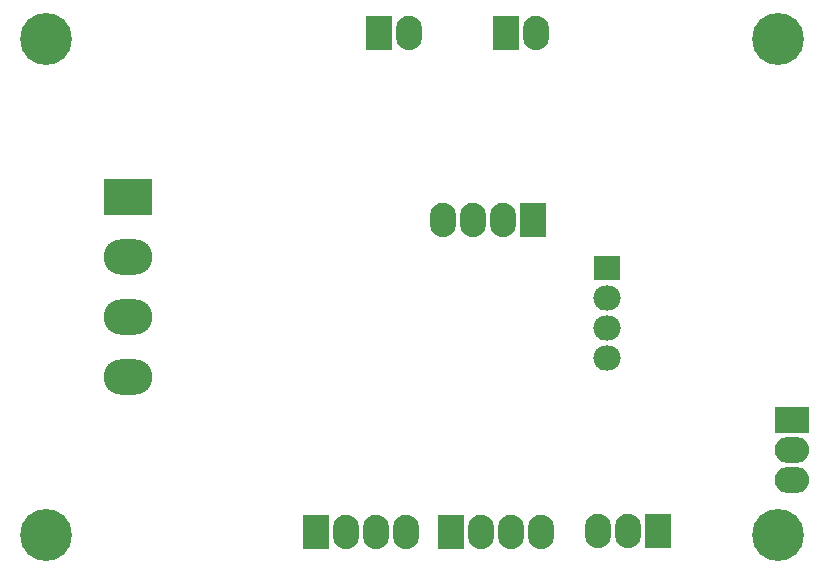
<source format=gbs>
G04 #@! TF.FileFunction,Soldermask,Bot*
%FSLAX46Y46*%
G04 Gerber Fmt 4.6, Leading zero omitted, Abs format (unit mm)*
G04 Created by KiCad (PCBNEW 4.0.6) date 01/12/18 15:47:40*
%MOMM*%
%LPD*%
G01*
G04 APERTURE LIST*
%ADD10C,0.100000*%
%ADD11C,4.400000*%
%ADD12R,2.224000X2.924000*%
%ADD13O,2.224000X2.924000*%
%ADD14O,4.124000X3.024000*%
%ADD15R,4.124000X3.024000*%
%ADD16R,2.324000X2.124000*%
%ADD17O,2.324000X2.124000*%
%ADD18R,2.924000X2.224000*%
%ADD19O,2.924000X2.224000*%
G04 APERTURE END LIST*
D10*
D11*
X104000000Y-74000000D03*
X166000000Y-74000000D03*
X166000000Y-116000000D03*
D12*
X142960000Y-73500000D03*
D13*
X145500000Y-73500000D03*
D14*
X111000000Y-102620000D03*
X111000000Y-97540000D03*
X111000000Y-92460000D03*
D15*
X111000000Y-87380000D03*
D12*
X132210000Y-73500000D03*
D13*
X134750000Y-73500000D03*
D12*
X126890000Y-115700000D03*
D13*
X129430000Y-115700000D03*
X131970000Y-115700000D03*
X134510000Y-115700000D03*
D12*
X145280000Y-89300000D03*
D13*
X142740000Y-89300000D03*
X140200000Y-89300000D03*
X137660000Y-89300000D03*
D11*
X104000000Y-116000000D03*
D16*
X151500000Y-93380000D03*
D17*
X151500000Y-95920000D03*
X151500000Y-98460000D03*
X151500000Y-101000000D03*
D12*
X138320000Y-115700000D03*
D13*
X140860000Y-115700000D03*
X143400000Y-115700000D03*
X145940000Y-115700000D03*
D12*
X155840000Y-115650001D03*
D13*
X153300000Y-115650001D03*
X150760000Y-115650001D03*
D18*
X167200000Y-106220000D03*
D19*
X167200000Y-108760000D03*
X167200000Y-111300000D03*
M02*

</source>
